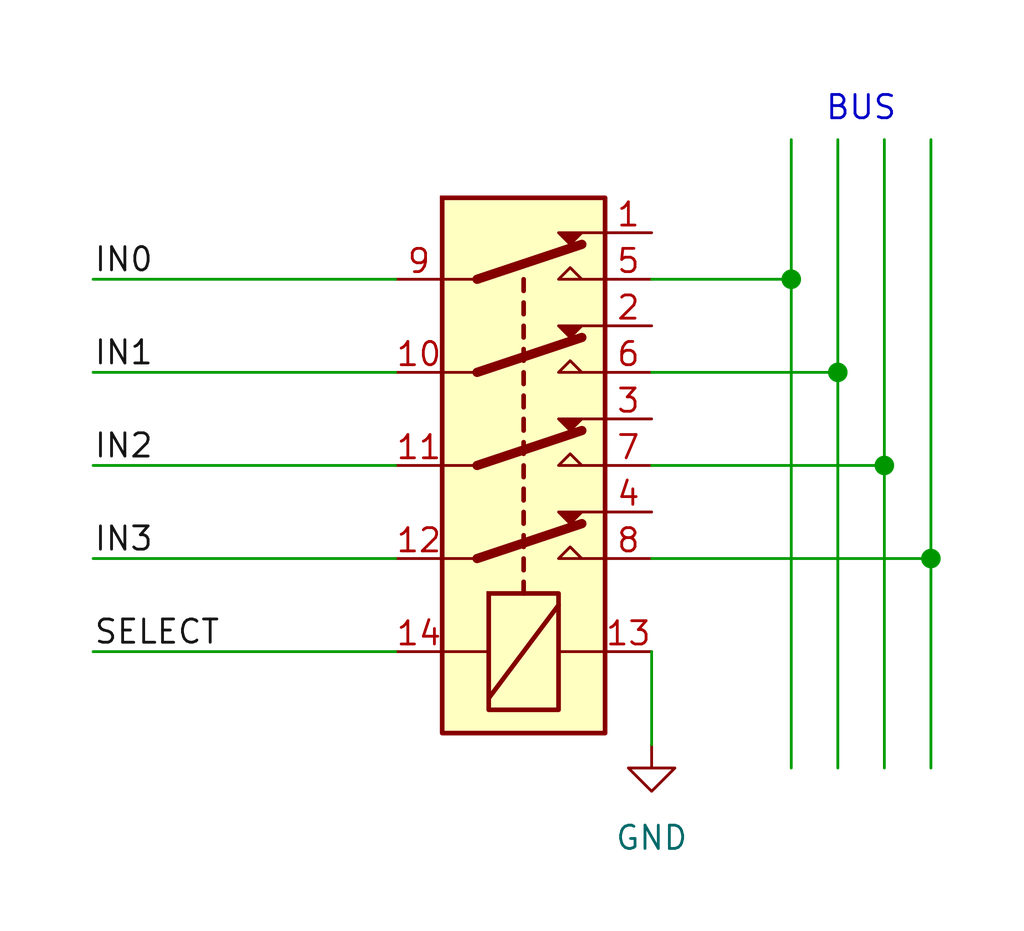
<source format=kicad_sch>
(kicad_sch (version 20250114) (generator "eeschema") (generator_version "9.0")
  (paper "User" 55.88 50.8)
  (lib_symbols
    (symbol "power:GND" (power) (pin_numbers (hide yes)) (pin_names (offset 0) (hide yes))
      (property "Value" "GND" (at 0 -3.81 0))
      (symbol "GND_0_1"
        (polyline (pts (xy 0 0) (xy 0 -1.27) (xy 1.27 -1.27) (xy 0 -2.54) (xy -1.27 -1.27) (xy 0 -1.27)))
      )
      (symbol "GND_1_1"
        (pin power_in line (at 0 0 270) (length 0) (name "~") (number "1"))
      )
    )
    (symbol "relay:4PDT"
      (property "Reference" "K" (at 5.842 6.858 0))
      (property "Value" "4PDT" (at 9.398 -24.892 0))
      (symbol "4PDT_0_1"
        (rectangle (start 5.08 5.715) (end 13.97 -23.495) (stroke (width 0.254)) (fill (type background)))
        (polyline (pts (xy 5.08 1.27) (xy 6.985 1.27)))
        (polyline (pts (xy 5.08 -3.81) (xy 6.985 -3.81)))
        (polyline (pts (xy 5.08 -8.89) (xy 6.985 -8.89)))
        (polyline (pts (xy 5.08 -13.97) (xy 6.985 -13.97)))
        (polyline (pts (xy 5.08 -19.05) (xy 7.62 -19.05)))
        (polyline (pts (xy 6.985 1.27) (xy 12.7 3.175)) (stroke (width 0.508)))
        (polyline (pts (xy 6.985 -3.81) (xy 12.7 -1.905)) (stroke (width 0.508)))
        (polyline (pts (xy 6.985 -8.89) (xy 12.7 -6.985)) (stroke (width 0.508)))
        (polyline (pts (xy 6.985 -13.97) (xy 12.7 -12.065)) (stroke (width 0.508)))
        (polyline (pts (xy 7.62 -21.59) (xy 11.43 -16.51)) (stroke (width 0.254)))
        (polyline (pts (xy 9.525 0.635) (xy 9.525 1.27)) (stroke (width 0.254)))
        (polyline (pts (xy 9.525 -0.635) (xy 9.525 0)) (stroke (width 0.254)))
        (polyline (pts (xy 9.525 -1.905) (xy 9.525 -1.27)) (stroke (width 0.254)))
        (polyline (pts (xy 9.525 -3.175) (xy 9.525 -2.54)) (stroke (width 0.254)))
        (polyline (pts (xy 9.525 -4.445) (xy 9.525 -3.81)) (stroke (width 0.254)))
        (polyline (pts (xy 9.525 -5.715) (xy 9.525 -5.08)) (stroke (width 0.254)))
        (polyline (pts (xy 9.525 -6.985) (xy 9.525 -6.35)) (stroke (width 0.254)))
        (polyline (pts (xy 9.525 -8.255) (xy 9.525 -7.62)) (stroke (width 0.254)))
        (polyline (pts (xy 9.525 -9.525) (xy 9.525 -8.89)) (stroke (width 0.254)))
        (polyline (pts (xy 9.525 -10.795) (xy 9.525 -10.16)) (stroke (width 0.254)))
        (polyline (pts (xy 9.525 -12.065) (xy 9.525 -11.43)) (stroke (width 0.254)))
        (polyline (pts (xy 9.525 -13.335) (xy 9.525 -12.7)) (stroke (width 0.254)))
        (polyline (pts (xy 9.525 -14.605) (xy 9.525 -13.97)) (stroke (width 0.254)))
        (polyline (pts (xy 9.525 -15.875) (xy 9.525 -15.24)) (stroke (width 0.254)))
        (polyline (pts (xy 11.43 -19.05) (xy 13.97 -19.05)))
        (polyline (pts (xy 13.97 3.81) (xy 11.43 3.81) (xy 12.065 3.175) (xy 12.7 3.81)) (fill (type outline)))
        (polyline (pts (xy 13.97 1.27) (xy 11.43 1.27) (xy 12.065 1.905) (xy 12.7 1.27)))
        (polyline (pts (xy 13.97 -1.27) (xy 11.43 -1.27) (xy 12.065 -1.905) (xy 12.7 -1.27)) (fill (type outline)))
        (polyline (pts (xy 13.97 -3.81) (xy 11.43 -3.81) (xy 12.065 -3.175) (xy 12.7 -3.81)))
        (polyline (pts (xy 13.97 -6.35) (xy 11.43 -6.35) (xy 12.065 -6.985) (xy 12.7 -6.35)) (fill (type outline)))
        (polyline (pts (xy 13.97 -8.89) (xy 11.43 -8.89) (xy 12.065 -8.255) (xy 12.7 -8.89)))
        (polyline (pts (xy 13.97 -11.43) (xy 11.43 -11.43) (xy 12.065 -12.065) (xy 12.7 -11.43)) (fill (type outline)))
        (polyline (pts (xy 13.97 -13.97) (xy 11.43 -13.97) (xy 12.065 -13.335) (xy 12.7 -13.97)))
      )
      (symbol "4PDT_1_1"
        (rectangle (start 11.43 -15.875) (end 7.62 -22.225) (stroke (width 0.254)))
        (pin passive line (at 2.54 1.27 0) (length 2.54) (name "") (number "9"))
        (pin passive line (at 2.54 -3.81 0) (length 2.54) (name "") (number "10"))
        (pin passive line (at 2.54 -8.89 0) (length 2.54) (name "") (number "11"))
        (pin passive line (at 2.54 -13.97 0) (length 2.54) (name "") (number "12"))
        (pin passive line (at 2.54 -19.05 0) (length 2.54) (name "") (number "14"))
        (pin passive line (at 16.51 3.81 180) (length 2.54) (name "") (number "1"))
        (pin passive line (at 16.51 1.27 180) (length 2.54) (name "") (number "5"))
        (pin passive line (at 16.51 -1.27 180) (length 2.54) (name "") (number "2"))
        (pin passive line (at 16.51 -3.81 180) (length 2.54) (name "") (number "6"))
        (pin passive line (at 16.51 -6.35 180) (length 2.54) (name "") (number "3"))
        (pin passive line (at 16.51 -8.89 180) (length 2.54) (name "") (number "7"))
        (pin passive line (at 16.51 -11.43 180) (length 2.54) (name "") (number "4"))
        (pin passive line (at 16.51 -13.97 180) (length 2.54) (name "") (number "8"))
        (pin passive line (at 16.51 -19.05 180) (length 2.54) (name "") (number "13"))
      )
    )
  )
  (text "BUS" (at 46.99 6.096 0) (effects (font (size 1.27 1.27))))
  (junction (at 45.72 20.32))
  (junction (at 48.26 25.4))
  (junction (at 50.8 30.48))
  (junction (at 43.18 15.24))
  (wire (pts (xy 35.56 30.48) (xy 50.8 30.48)))
  (wire (pts (xy 5.08 35.56) (xy 21.59 35.56)))
  (wire (pts (xy 45.72 20.32) (xy 45.72 41.91)))
  (wire (pts (xy 5.08 20.32) (xy 21.59 20.32)))
  (wire (pts (xy 5.08 30.48) (xy 21.59 30.48)))
  (wire (pts (xy 35.56 25.4) (xy 48.26 25.4)))
  (wire (pts (xy 35.56 15.24) (xy 43.18 15.24)))
  (wire (pts (xy 48.26 7.62) (xy 48.26 25.4)))
  (wire (pts (xy 35.56 35.56) (xy 35.56 40.64)))
  (wire (pts (xy 48.26 25.4) (xy 48.26 41.91)))
  (wire (pts (xy 50.8 30.48) (xy 50.8 41.91)))
  (wire (pts (xy 5.08 15.24) (xy 21.59 15.24)))
  (wire (pts (xy 43.18 7.62) (xy 43.18 15.24)))
  (wire (pts (xy 45.72 7.62) (xy 45.72 20.32)))
  (wire (pts (xy 35.56 20.32) (xy 45.72 20.32)))
  (wire (pts (xy 50.8 7.62) (xy 50.8 30.48)))
  (wire (pts (xy 5.08 25.4) (xy 21.59 25.4)))
  (wire (pts (xy 43.18 15.24) (xy 43.18 41.91)))
  (label "IN1" (at 5.08 20.32 0))
  (label "IN3" (at 5.08 30.48 0))
  (label "IN2" (at 5.08 25.4 0))
  (label "SELECT" (at 5.08 35.56 0))
  (label "IN0" (at 5.08 15.24 0))
  (symbol (lib_id "power:GND") (at 35.56 40.64 0) (unit 1)
    (property "Reference" "#PWR04" (effects (hide yes)))
    (property "Value" "GND" (at 35.56 45.72 0))
    (property "Description" "Power symbol creates a global label with name \"GND\" , ground" (effects (hide yes)))
  )
  (symbol (lib_id "relay:4PDT") (at 19.05 16.51 0) (unit 1)
    (property "Reference" "K4" (effects (hide yes)))
    (property "Value" "4PDT" (effects (hide yes)))
    (property "Footprint" "relay:MY4N socket" (effects (hide yes)))
    (property "Datasheet" "https://edata.omron.com.au/eData/Relays/J111-E1-03.pdf" (effects (hide yes)))
  )
)
</source>
